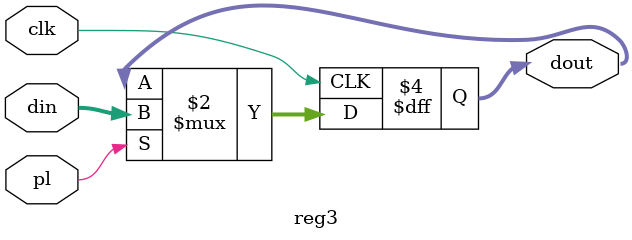
<source format=sv>
module reg8(clk, pl, din, dout);
  
  input clk, pl;
  input[7:0] din;
  output reg[7:0] dout;
  
  always @(posedge clk)
      if(pl)
        dout <= din;


endmodule

module reg3(clk, pl, din, dout);
  
  input clk, pl;
  input[2:0] din;
  output reg[2:0] dout;
  
  always @(posedge clk)
      if(pl)
        dout <= din;
  
endmodule
</source>
